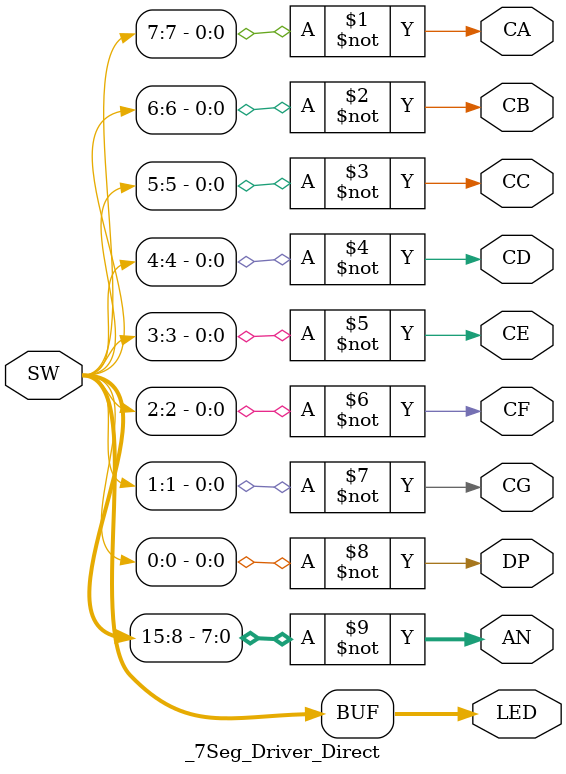
<source format=v>
`timescale 1ns / 1ps


module _7Seg_Driver_Direct(SW, CA, CB, CC, CD, CE, CF, CG, DP, AN, LED);
	input [15:0] SW;                          // 16Î»²¦¶¯¿ª¹Ø
	output CA, CB, CC, CD, CE, CF, CG, DP;  // 7¶ÎÊýÂë¹ÜÇý¶¯£¬µÍµçÆ½ÓÐÐ§
	output [7:0] AN;                          // 7¶ÎÊýÂë¹ÜÆ¬Ñ¡ÐÅºÅ£¬µÍµçÆ½ÓÐÐ§
	output [15:0] LED;                        // 16Î»LEDÏÔÊ¾£¬¸ßµçÆ½ÓÐÐ§

    assign CA = ~SW[7];
    assign CB = ~SW[6];
    assign CC = ~SW[5]; 
    assign CD = ~SW[4];
    assign CE = ~SW[3];
    assign CF = ~SW[2];
    assign CG = ~SW[1];
    assign DP = ~SW[0];
    assign LED[15:0] = SW[15:0];
    assign AN[7:0] = ~SW[15:8];
	
endmodule

</source>
